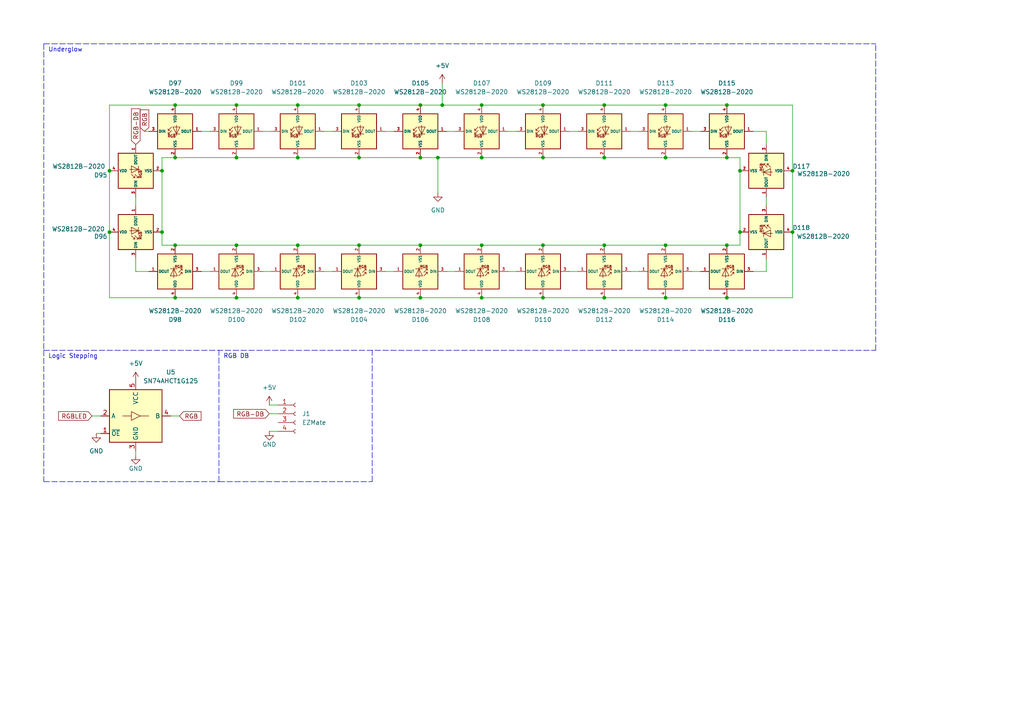
<source format=kicad_sch>
(kicad_sch (version 20211123) (generator eeschema)
  (paper "A4")
  (title_block (title "SST80") (date "2023-02-09") (rev "1.0"))
  (lib_symbols
    (symbol "Connector:Conn_01x04_Female" (pin_names (offset 1.016) hide)
      (property "Reference" "J" (at 0 5.08 0))
      (property "Value" "Conn_01x04_Female" (at 0 -7.62 0))
      (symbol "Conn_01x04_Female_1_1"
        (arc (start 0 -4.572) (mid -0.508 -5.08) (end 0 -5.588) (stroke (width 0.1524)))
        (arc (start 0 -2.032) (mid -0.508 -2.54) (end 0 -3.048) (stroke (width 0.1524)))
        (polyline (pts (xy -1.27 -5.08) (xy -0.508 -5.08)) (stroke (width 0.1524)))
        (polyline (pts (xy -1.27 -2.54) (xy -0.508 -2.54)) (stroke (width 0.1524)))
        (polyline (pts (xy -1.27 0) (xy -0.508 0)) (stroke (width 0.1524)))
        (polyline (pts (xy -1.27 2.54) (xy -0.508 2.54)) (stroke (width 0.1524)))
        (arc (start 0 0.508) (mid -0.508 0) (end 0 -0.508) (stroke (width 0.1524)))
        (arc (start 0 3.048) (mid -0.508 2.54) (end 0 2.032) (stroke (width 0.1524)))
        (pin passive line (at -5.08 2.54 0) (length 3.81) (name "Pin_1") (number "1"))
        (pin passive line (at -5.08 0 0) (length 3.81) (name "Pin_2") (number "2"))
        (pin passive line (at -5.08 -2.54 0) (length 3.81) (name "Pin_3") (number "3"))
        (pin passive line (at -5.08 -5.08 0) (length 3.81) (name "Pin_4") (number "4"))
      )
    )
    (symbol "acheron_Symbols:WS2812B-2020" (pin_names (offset 0.254))
      (property "Reference" "D" (at 3.81 8.255 0))
      (property "Value" "WS2812B-2020" (at 2.54 7.62 0))
      (symbol "WS2812B-2020_0_0"
        (text "RGB" (at -1.016 -1.397 0) (effects (font (size 0.762 0.762))))
      )
      (symbol "WS2812B-2020_0_1"
        (polyline (pts (xy -2.032 -0.762) (xy -1.524 -0.762)))
        (polyline (pts (xy -2.032 0.254) (xy -1.524 0.254)))
        (polyline (pts (xy 1.397 -0.762) (xy -0.635 -0.762)))
        (polyline (pts (xy -1.016 0.254) (xy -2.032 -0.762) (xy -2.032 -0.254)))
        (polyline (pts (xy -1.016 1.27) (xy -2.032 0.254) (xy -2.032 0.762)))
        (polyline (pts (xy 0.381 1.778) (xy 0.381 -0.762) (xy 0.381 -1.27)))
        (polyline (pts (xy 1.397 1.27) (xy -0.635 1.27) (xy 0.381 -0.762) (xy 1.397 1.27)))
        (rectangle (start 5.08 5.08) (end -5.08 -5.08) (stroke (width 0.254)) (fill (type background)))
      )
      (symbol "WS2812B-2020_1_1"
        (pin output line (at 7.62 0 180) (length 2.54) (name "DOUT") (number "1"))
        (pin power_in line (at 0 -7.62 90) (length 2.54) (name "VSS") (number "2"))
        (pin input line (at -7.62 0 0) (length 2.54) (name "DIN") (number "3"))
        (pin power_in line (at 0 7.62 270) (length 2.54) (name "VDD") (number "4"))
      )
    )
    (symbol "cipulot_parts:SN74AHCT1G125"
      (property "Reference" "U" (at -6.35 11.43 0))
      (property "Value" "SN74AHCT1G125" (at 3.81 11.43 0))
      (symbol "SN74AHCT1G125_0_1"
        (rectangle (start -7.62 10.16) (end 7.62 -5.08) (stroke (width 0.254)) (fill (type background)))
        (polyline (pts (xy -3.81 2.54) (xy -1.27 2.54)))
        (polyline (pts (xy 3.81 2.54) (xy 1.27 2.54)))
        (polyline (pts (xy -1.27 1.27) (xy -1.27 3.81) (xy 1.27 2.54) (xy -1.27 1.27)))
      )
      (symbol "SN74AHCT1G125_1_1"
        (pin input line (at -10.16 -2.54 0) (length 2.54) (name "~{OE}") (number "1"))
        (pin input line (at -10.16 2.54 0) (length 2.54) (name "A") (number "2"))
        (pin power_in line (at 0 -7.62 90) (length 2.54) (name "GND") (number "3"))
        (pin output line (at 10.16 2.54 180) (length 2.54) (name "B") (number "4"))
        (pin power_in line (at 0 12.7 270) (length 2.54) (name "VCC") (number "5"))
      )
    )
    (symbol "power:+5V" (power) (pin_names (offset 0))
      (property "Value" "+5V" (at 0 3.556 0))
      (symbol "+5V_0_1"
        (polyline (pts (xy -0.762 1.27) (xy 0 2.54)))
        (polyline (pts (xy 0 0) (xy 0 2.54)))
        (polyline (pts (xy 0 2.54) (xy 0.762 1.27)))
      )
      (symbol "+5V_1_1"
        (pin power_in line (at 0 0 90) (length 0) hide (name "+5V") (number "1"))
      )
    )
    (symbol "power:GND" (power) (pin_names (offset 0))
      (property "Value" "GND" (at 0 -3.81 0))
      (symbol "GND_0_1"
        (polyline (pts (xy 0 0) (xy 0 -1.27) (xy 1.27 -1.27) (xy 0 -2.54) (xy -1.27 -1.27) (xy 0 -1.27)))
      )
      (symbol "GND_1_1"
        (pin power_in line (at 0 0 270) (length 0) hide (name "GND") (number "1"))
      )
    )
  )
  (junction (at 68.58 86.36))
  (junction (at 139.7 30.48))
  (junction (at 214.63 49.53))
  (junction (at 104.14 30.48))
  (junction (at 175.26 71.12))
  (junction (at 86.36 86.36))
  (junction (at 68.58 45.72))
  (junction (at 121.92 45.72))
  (junction (at 139.7 86.36))
  (junction (at 193.04 71.12))
  (junction (at 50.8 45.72))
  (junction (at 68.58 30.48))
  (junction (at 157.48 86.36))
  (junction (at 175.26 30.48))
  (junction (at 50.8 71.12))
  (junction (at 139.7 71.12))
  (junction (at 50.8 30.48))
  (junction (at 139.7 45.72))
  (junction (at 86.36 71.12))
  (junction (at 214.63 67.31))
  (junction (at 210.82 45.72))
  (junction (at 157.48 30.48))
  (junction (at 210.82 30.48))
  (junction (at 31.75 49.53))
  (junction (at 104.14 86.36))
  (junction (at 86.36 45.72))
  (junction (at 193.04 86.36))
  (junction (at 229.87 67.31))
  (junction (at 128.27 30.48))
  (junction (at 121.92 86.36))
  (junction (at 86.36 30.48))
  (junction (at 50.8 86.36))
  (junction (at 157.48 45.72))
  (junction (at 121.92 71.12))
  (junction (at 193.04 30.48))
  (junction (at 229.87 49.53))
  (junction (at 210.82 71.12))
  (junction (at 210.82 86.36))
  (junction (at 127 45.72))
  (junction (at 46.99 49.53))
  (junction (at 175.26 86.36))
  (junction (at 46.99 67.31))
  (junction (at 121.92 30.48))
  (junction (at 31.75 67.31))
  (junction (at 104.14 71.12))
  (junction (at 193.04 45.72))
  (junction (at 104.14 45.72))
  (junction (at 68.58 71.12))
  (junction (at 175.26 45.72))
  (junction (at 157.48 71.12))
  (wire (pts (xy 214.63 49.53) (xy 214.63 67.31)))
  (wire (pts (xy 175.26 45.72) (xy 193.04 45.72)))
  (wire (pts (xy 214.63 67.31) (xy 214.63 71.12)))
  (wire (pts (xy 222.25 57.15) (xy 222.25 59.69)))
  (wire (pts (xy 76.2 78.74) (xy 78.74 78.74)))
  (wire (pts (xy 31.75 30.48) (xy 50.8 30.48)))
  (wire (pts (xy 210.82 45.72) (xy 214.63 45.72)))
  (polyline (pts (xy 107.95 139.7) (xy 107.95 101.6)))
  (wire (pts (xy 50.8 30.48) (xy 68.58 30.48)))
  (wire (pts (xy 218.44 38.1) (xy 222.25 38.1)))
  (wire (pts (xy 165.1 38.1) (xy 167.64 38.1)))
  (wire (pts (xy 229.87 86.36) (xy 210.82 86.36)))
  (polyline (pts (xy 12.7 101.6) (xy 254 101.6)))
  (wire (pts (xy 121.92 86.36) (xy 104.14 86.36)))
  (polyline (pts (xy 12.7 139.7) (xy 63.5 139.7)))
  (wire (pts (xy 200.66 38.1) (xy 203.2 38.1)))
  (wire (pts (xy 193.04 71.12) (xy 210.82 71.12)))
  (wire (pts (xy 78.105 120.015) (xy 80.645 120.015)))
  (wire (pts (xy 147.32 38.1) (xy 149.86 38.1)))
  (wire (pts (xy 50.8 71.12) (xy 46.99 71.12)))
  (wire (pts (xy 165.1 78.74) (xy 167.64 78.74)))
  (wire (pts (xy 139.7 86.36) (xy 121.92 86.36)))
  (wire (pts (xy 86.36 45.72) (xy 104.14 45.72)))
  (wire (pts (xy 111.76 38.1) (xy 114.3 38.1)))
  (wire (pts (xy 50.8 86.36) (xy 31.75 86.36)))
  (wire (pts (xy 76.2 38.1) (xy 78.74 38.1)))
  (wire (pts (xy 229.87 49.53) (xy 229.87 67.31)))
  (wire (pts (xy 39.37 130.81) (xy 39.37 132.08)))
  (wire (pts (xy 27.94 125.73) (xy 29.21 125.73)))
  (wire (pts (xy 182.88 78.74) (xy 185.42 78.74)))
  (polyline (pts (xy 63.5 139.7) (xy 63.5 101.6)))
  (wire (pts (xy 121.92 30.48) (xy 128.27 30.48)))
  (wire (pts (xy 175.26 86.36) (xy 157.48 86.36)))
  (wire (pts (xy 104.14 71.12) (xy 121.92 71.12)))
  (wire (pts (xy 121.92 71.12) (xy 139.7 71.12)))
  (wire (pts (xy 43.18 78.74) (xy 39.37 78.74)))
  (wire (pts (xy 31.75 49.53) (xy 31.75 30.48)))
  (wire (pts (xy 229.87 67.31) (xy 229.87 86.36)))
  (wire (pts (xy 157.48 45.72) (xy 175.26 45.72)))
  (wire (pts (xy 193.04 30.48) (xy 210.82 30.48)))
  (wire (pts (xy 182.88 38.1) (xy 185.42 38.1)))
  (wire (pts (xy 200.66 78.74) (xy 203.2 78.74)))
  (wire (pts (xy 39.37 78.74) (xy 39.37 74.93)))
  (wire (pts (xy 31.75 86.36) (xy 31.75 67.31)))
  (wire (pts (xy 121.92 45.72) (xy 127 45.72)))
  (wire (pts (xy 50.8 45.72) (xy 68.58 45.72)))
  (wire (pts (xy 46.99 71.12) (xy 46.99 67.31)))
  (wire (pts (xy 104.14 30.48) (xy 121.92 30.48)))
  (wire (pts (xy 175.26 71.12) (xy 193.04 71.12)))
  (wire (pts (xy 104.14 45.72) (xy 121.92 45.72)))
  (wire (pts (xy 46.99 45.72) (xy 50.8 45.72)))
  (wire (pts (xy 68.58 30.48) (xy 86.36 30.48)))
  (wire (pts (xy 31.75 67.31) (xy 31.75 49.53)))
  (wire (pts (xy 68.58 71.12) (xy 86.36 71.12)))
  (wire (pts (xy 111.76 78.74) (xy 114.3 78.74)))
  (wire (pts (xy 129.54 78.74) (xy 132.08 78.74)))
  (wire (pts (xy 222.25 38.1) (xy 222.25 41.91)))
  (wire (pts (xy 104.14 86.36) (xy 86.36 86.36)))
  (wire (pts (xy 86.36 71.12) (xy 104.14 71.12)))
  (wire (pts (xy 214.63 45.72) (xy 214.63 49.53)))
  (wire (pts (xy 139.7 71.12) (xy 157.48 71.12)))
  (wire (pts (xy 127 45.72) (xy 139.7 45.72)))
  (wire (pts (xy 39.37 57.15) (xy 39.37 59.69)))
  (wire (pts (xy 193.04 86.36) (xy 175.26 86.36)))
  (wire (pts (xy 128.27 24.13) (xy 128.27 30.48)))
  (polyline (pts (xy 12.7 12.7) (xy 12.7 101.6)))
  (wire (pts (xy 46.99 67.31) (xy 46.99 49.53)))
  (polyline (pts (xy 254 101.6) (xy 254 12.7)))
  (wire (pts (xy 41.91 38.1) (xy 43.18 38.1)))
  (wire (pts (xy 78.105 117.475) (xy 80.645 117.475)))
  (wire (pts (xy 86.36 30.48) (xy 104.14 30.48)))
  (wire (pts (xy 50.8 71.12) (xy 68.58 71.12)))
  (wire (pts (xy 93.98 38.1) (xy 96.52 38.1)))
  (wire (pts (xy 58.42 78.74) (xy 60.96 78.74)))
  (wire (pts (xy 127 55.88) (xy 127 45.72)))
  (polyline (pts (xy 63.5 139.7) (xy 107.95 139.7)))
  (wire (pts (xy 222.25 74.93) (xy 222.25 78.74)))
  (wire (pts (xy 210.82 30.48) (xy 229.87 30.48)))
  (wire (pts (xy 68.58 86.36) (xy 50.8 86.36)))
  (wire (pts (xy 157.48 30.48) (xy 175.26 30.48)))
  (wire (pts (xy 175.26 30.48) (xy 193.04 30.48)))
  (wire (pts (xy 68.58 45.72) (xy 86.36 45.72)))
  (polyline (pts (xy 12.7 12.7) (xy 254 12.7)))
  (wire (pts (xy 157.48 86.36) (xy 139.7 86.36)))
  (wire (pts (xy 139.7 30.48) (xy 157.48 30.48)))
  (wire (pts (xy 49.53 120.65) (xy 52.07 120.65)))
  (wire (pts (xy 229.87 30.48) (xy 229.87 49.53)))
  (wire (pts (xy 78.105 125.095) (xy 80.645 125.095)))
  (polyline (pts (xy 12.7 101.6) (xy 12.7 139.7)))
  (wire (pts (xy 58.42 38.1) (xy 60.96 38.1)))
  (wire (pts (xy 139.7 45.72) (xy 157.48 45.72)))
  (wire (pts (xy 157.48 71.12) (xy 175.26 71.12)))
  (wire (pts (xy 222.25 78.74) (xy 218.44 78.74)))
  (wire (pts (xy 193.04 45.72) (xy 210.82 45.72)))
  (wire (pts (xy 147.32 78.74) (xy 149.86 78.74)))
  (wire (pts (xy 129.54 38.1) (xy 132.08 38.1)))
  (wire (pts (xy 86.36 86.36) (xy 68.58 86.36)))
  (wire (pts (xy 26.67 120.65) (xy 29.21 120.65)))
  (wire (pts (xy 46.99 49.53) (xy 46.99 45.72)))
  (wire (pts (xy 93.98 78.74) (xy 96.52 78.74)))
  (wire (pts (xy 210.82 86.36) (xy 193.04 86.36)))
  (wire (pts (xy 210.82 71.12) (xy 214.63 71.12)))
  (wire (pts (xy 128.27 30.48) (xy 139.7 30.48)))
  (text "Underglow" (at 13.97 15.24 0) (effects (font (size 1.27 1.27)) (justify left bottom)))
  (text "Logic Stepping" (at 13.97 104.14 0) (effects (font (size 1.27 1.27)) (justify left bottom)))
  (text "RGB DB" (at 64.77 104.14 0) (effects (font (size 1.27 1.27)) (justify left bottom)))
  (global_label "RGB" (shape input) (at 52.07 120.65 0) (property "Intersheet References" "${INTERSHEET_REFS}" (effects hide)))
  (global_label "RGB-DB" (shape input) (at 39.37 41.91 90) (property "Intersheet References" "${INTERSHEET_REFS}" (effects hide)))
  (global_label "RGB" (shape input) (at 41.91 38.1 90) (property "Intersheet References" "${INTERSHEET_REFS}" (effects hide)))
  (global_label "RGBLED" (shape input) (at 26.67 120.65 180) (property "Intersheet References" "${INTERSHEET_REFS}" (effects hide)))
  (global_label "RGB-DB" (shape input) (at 78.105 120.015 180) (property "Intersheet References" "${INTERSHEET_REFS}" (effects hide)))
  (symbol (lib_id "acheron_Symbols:WS2812B-2020") (at 175.26 38.1 0) (unit 1)
    (property "Reference" "D111" (at 175.26 24.13 0))
    (property "Value" "WS2812B-2020" (at 175.26 26.67 0))
    (property "Footprint" "acheron_Components:LED_WS2812_2020" (effects hide))
    (property "Datasheet" "http://www.world-semi.com/DownLoadFile/112" (effects hide))
  )
  (symbol (lib_id "power:GND") (at 127 55.88 0) (unit 1)
    (property "Reference" "#PWR0140" (effects hide))
    (property "Value" "GND" (at 127 60.96 0))
  )
  (symbol (lib_id "acheron_Symbols:WS2812B-2020") (at 210.82 78.74 180) (unit 1)
    (property "Reference" "D116" (at 210.82 92.71 0))
    (property "Value" "WS2812B-2020" (at 210.82 90.17 0))
    (property "Footprint" "acheron_Components:LED_WS2812_2020" (effects hide))
    (property "Datasheet" "http://www.world-semi.com/DownLoadFile/112" (effects hide))
  )
  (symbol (lib_id "acheron_Symbols:WS2812B-2020") (at 193.04 38.1 0) (unit 1)
    (property "Reference" "D113" (at 193.04 24.13 0))
    (property "Value" "WS2812B-2020" (at 193.04 26.67 0))
    (property "Footprint" "acheron_Components:LED_WS2812_2020" (effects hide))
    (property "Datasheet" "http://www.world-semi.com/DownLoadFile/112" (effects hide))
  )
  (symbol (lib_id "acheron_Symbols:WS2812B-2020") (at 86.36 38.1 0) (unit 1)
    (property "Reference" "D101" (at 86.36 24.13 0))
    (property "Value" "WS2812B-2020" (at 86.36 26.67 0))
    (property "Footprint" "acheron_Components:LED_WS2812_2020" (effects hide))
    (property "Datasheet" "http://www.world-semi.com/DownLoadFile/112" (effects hide))
  )
  (symbol (lib_id "power:GND") (at 39.37 132.08 0) (unit 1)
    (property "Reference" "#PWR0144" (effects hide))
    (property "Value" "GND" (at 39.37 135.89 0))
  )
  (symbol (lib_id "acheron_Symbols:WS2812B-2020") (at 222.25 67.31 270) (unit 1)
    (property "Reference" "D118" (at 232.41 66.04 90))
    (property "Value" "WS2812B-2020" (at 238.76 68.58 90))
    (property "Footprint" "acheron_Components:LED_WS2812_2020" (effects hide))
    (property "Datasheet" "http://www.world-semi.com/DownLoadFile/112" (effects hide))
  )
  (symbol (lib_id "acheron_Symbols:WS2812B-2020") (at 39.37 67.31 90) (unit 1)
    (property "Reference" "D96" (at 29.21 68.58 90))
    (property "Value" "WS2812B-2020" (at 22.733 66.421 90))
    (property "Footprint" "acheron_Components:LED_WS2812_2020" (effects hide))
    (property "Datasheet" "http://www.world-semi.com/DownLoadFile/112" (effects hide))
  )
  (symbol (lib_id "acheron_Symbols:WS2812B-2020") (at 50.8 38.1 0) (unit 1)
    (property "Reference" "D97" (at 50.8 24.13 0))
    (property "Value" "WS2812B-2020" (at 50.8 26.67 0))
    (property "Footprint" "acheron_Components:LED_WS2812_2020" (effects hide))
    (property "Datasheet" "http://www.world-semi.com/DownLoadFile/112" (effects hide))
  )
  (symbol (lib_id "acheron_Symbols:WS2812B-2020") (at 68.58 38.1 0) (unit 1)
    (property "Reference" "D99" (at 68.58 24.13 0))
    (property "Value" "WS2812B-2020" (at 68.58 26.67 0))
    (property "Footprint" "acheron_Components:LED_WS2812_2020" (effects hide))
    (property "Datasheet" "http://www.world-semi.com/DownLoadFile/112" (effects hide))
  )
  (symbol (lib_id "acheron_Symbols:WS2812B-2020") (at 193.04 78.74 180) (unit 1)
    (property "Reference" "D114" (at 193.04 92.71 0))
    (property "Value" "WS2812B-2020" (at 193.04 90.17 0))
    (property "Footprint" "acheron_Components:LED_WS2812_2020" (effects hide))
    (property "Datasheet" "http://www.world-semi.com/DownLoadFile/112" (effects hide))
  )
  (symbol (lib_id "acheron_Symbols:WS2812B-2020") (at 210.82 38.1 0) (unit 1)
    (property "Reference" "D115" (at 210.82 24.13 0))
    (property "Value" "WS2812B-2020" (at 210.82 26.67 0))
    (property "Footprint" "acheron_Components:LED_WS2812_2020" (effects hide))
    (property "Datasheet" "http://www.world-semi.com/DownLoadFile/112" (effects hide))
  )
  (symbol (lib_id "power:+5V") (at 78.105 117.475 0) (unit 1)
    (property "Reference" "#PWR0148" (effects hide))
    (property "Value" "+5V" (at 78.105 112.395 0))
  )
  (symbol (lib_id "acheron_Symbols:WS2812B-2020") (at 104.14 78.74 180) (unit 1)
    (property "Reference" "D104" (at 104.14 92.71 0))
    (property "Value" "WS2812B-2020" (at 104.14 90.17 0))
    (property "Footprint" "acheron_Components:LED_WS2812_2020" (effects hide))
    (property "Datasheet" "http://www.world-semi.com/DownLoadFile/112" (effects hide))
  )
  (symbol (lib_id "acheron_Symbols:WS2812B-2020") (at 39.37 49.53 90) (unit 1)
    (property "Reference" "D95" (at 29.21 50.8 90))
    (property "Value" "WS2812B-2020" (at 22.86 48.26 90))
    (property "Footprint" "acheron_Components:LED_WS2812_2020" (effects hide))
    (property "Datasheet" "http://www.world-semi.com/DownLoadFile/112" (effects hide))
  )
  (symbol (lib_id "power:GND") (at 27.94 125.73 0) (unit 1)
    (property "Reference" "#PWR0142" (effects hide))
    (property "Value" "GND" (at 27.94 130.81 0))
  )
  (symbol (lib_id "acheron_Symbols:WS2812B-2020") (at 104.14 38.1 0) (unit 1)
    (property "Reference" "D103" (at 104.14 24.13 0))
    (property "Value" "WS2812B-2020" (at 104.14 26.67 0))
    (property "Footprint" "acheron_Components:LED_WS2812_2020" (effects hide))
    (property "Datasheet" "http://www.world-semi.com/DownLoadFile/112" (effects hide))
  )
  (symbol (lib_id "acheron_Symbols:WS2812B-2020") (at 139.7 38.1 0) (unit 1)
    (property "Reference" "D107" (at 139.7 24.13 0))
    (property "Value" "WS2812B-2020" (at 139.7 26.67 0))
    (property "Footprint" "acheron_Components:LED_WS2812_2020" (effects hide))
    (property "Datasheet" "http://www.world-semi.com/DownLoadFile/112" (effects hide))
  )
  (symbol (lib_id "acheron_Symbols:WS2812B-2020") (at 86.36 78.74 180) (unit 1)
    (property "Reference" "D102" (at 86.36 92.71 0))
    (property "Value" "WS2812B-2020" (at 86.36 90.17 0))
    (property "Footprint" "acheron_Components:LED_WS2812_2020" (effects hide))
    (property "Datasheet" "http://www.world-semi.com/DownLoadFile/112" (effects hide))
  )
  (symbol (lib_id "power:+5V") (at 39.37 110.49 0) (unit 1)
    (property "Reference" "#PWR0143" (effects hide))
    (property "Value" "+5V" (at 39.37 105.41 0))
  )
  (symbol (lib_id "acheron_Symbols:WS2812B-2020") (at 121.92 78.74 180) (unit 1)
    (property "Reference" "D106" (at 121.92 92.71 0))
    (property "Value" "WS2812B-2020" (at 121.92 90.17 0))
    (property "Footprint" "acheron_Components:LED_WS2812_2020" (effects hide))
    (property "Datasheet" "http://www.world-semi.com/DownLoadFile/112" (effects hide))
  )
  (symbol (lib_id "acheron_Symbols:WS2812B-2020") (at 68.58 78.74 180) (unit 1)
    (property "Reference" "D100" (at 68.58 92.71 0))
    (property "Value" "WS2812B-2020" (at 68.58 90.17 0))
    (property "Footprint" "acheron_Components:LED_WS2812_2020" (effects hide))
    (property "Datasheet" "http://www.world-semi.com/DownLoadFile/112" (effects hide))
  )
  (symbol (lib_id "acheron_Symbols:WS2812B-2020") (at 50.8 78.74 180) (unit 1)
    (property "Reference" "D98" (at 50.8 92.71 0))
    (property "Value" "WS2812B-2020" (at 50.8 90.17 0))
    (property "Footprint" "acheron_Components:LED_WS2812_2020" (effects hide))
    (property "Datasheet" "http://www.world-semi.com/DownLoadFile/112" (effects hide))
  )
  (symbol (lib_id "acheron_Symbols:WS2812B-2020") (at 139.7 78.74 180) (unit 1)
    (property "Reference" "D108" (at 139.7 92.71 0))
    (property "Value" "WS2812B-2020" (at 139.7 90.17 0))
    (property "Footprint" "acheron_Components:LED_WS2812_2020" (effects hide))
    (property "Datasheet" "http://www.world-semi.com/DownLoadFile/112" (effects hide))
  )
  (symbol (lib_id "cipulot_parts:SN74AHCT1G125") (at 39.37 123.19 0) (unit 1)
    (property "Reference" "U5" (at 49.53 107.95 0))
    (property "Value" "SN74AHCT1G125" (at 49.53 110.49 0))
    (property "Footprint" "Package_TO_SOT_SMD:SOT-23-5" (effects hide))
    (property "Datasheet" "https://www.ti.com/cn/lit/ds/symlink/sn74ahct1g125.pdf?ts=1660138492922" (effects hide))
  )
  (symbol (lib_id "acheron_Symbols:WS2812B-2020") (at 175.26 78.74 180) (unit 1)
    (property "Reference" "D112" (at 175.26 92.71 0))
    (property "Value" "WS2812B-2020" (at 175.26 90.17 0))
    (property "Footprint" "acheron_Components:LED_WS2812_2020" (effects hide))
    (property "Datasheet" "http://www.world-semi.com/DownLoadFile/112" (effects hide))
  )
  (symbol (lib_id "acheron_Symbols:WS2812B-2020") (at 121.92 38.1 0) (unit 1)
    (property "Reference" "D105" (at 121.92 24.13 0))
    (property "Value" "WS2812B-2020" (at 121.92 26.67 0))
    (property "Footprint" "acheron_Components:LED_WS2812_2020" (effects hide))
    (property "Datasheet" "http://www.world-semi.com/DownLoadFile/112" (effects hide))
  )
  (symbol (lib_id "acheron_Symbols:WS2812B-2020") (at 157.48 38.1 0) (unit 1)
    (property "Reference" "D109" (at 157.48 24.13 0))
    (property "Value" "WS2812B-2020" (at 157.48 26.67 0))
    (property "Footprint" "acheron_Components:LED_WS2812_2020" (effects hide))
    (property "Datasheet" "http://www.world-semi.com/DownLoadFile/112" (effects hide))
  )
  (symbol (lib_id "power:GND") (at 78.105 125.095 0) (unit 1)
    (property "Reference" "#PWR0149" (effects hide))
    (property "Value" "GND" (at 78.105 128.905 0))
  )
  (symbol (lib_id "acheron_Symbols:WS2812B-2020") (at 222.25 49.53 270) (unit 1)
    (property "Reference" "D117" (at 232.41 48.26 90))
    (property "Value" "WS2812B-2020" (at 238.887 50.419 90))
    (property "Footprint" "acheron_Components:LED_WS2812_2020" (effects hide))
    (property "Datasheet" "http://www.world-semi.com/DownLoadFile/112" (effects hide))
  )
  (symbol (lib_id "acheron_Symbols:WS2812B-2020") (at 157.48 78.74 180) (unit 1)
    (property "Reference" "D110" (at 157.48 92.71 0))
    (property "Value" "WS2812B-2020" (at 157.48 90.17 0))
    (property "Footprint" "acheron_Components:LED_WS2812_2020" (effects hide))
    (property "Datasheet" "http://www.world-semi.com/DownLoadFile/112" (effects hide))
  )
  (symbol (lib_id "Connector:Conn_01x04_Female") (at 85.725 120.015 0) (unit 1)
    (property "Reference" "J1" (at 87.63 120.0149 0) (effects (justify left)))
    (property "Value" "EZMate" (at 87.63 122.5549 0) (effects (justify left)))
    (property "Footprint" "Connector_Molex:Molex_Pico-EZmate_78171-0004_1x04-1MP_P1.20mm_Vertical" (effects hide))
  )
  (symbol (lib_id "power:+5V") (at 128.27 24.13 0) (unit 1)
    (property "Reference" "#PWR0141" (effects hide))
    (property "Value" "+5V" (at 128.27 19.05 0))
  )
)
</source>
